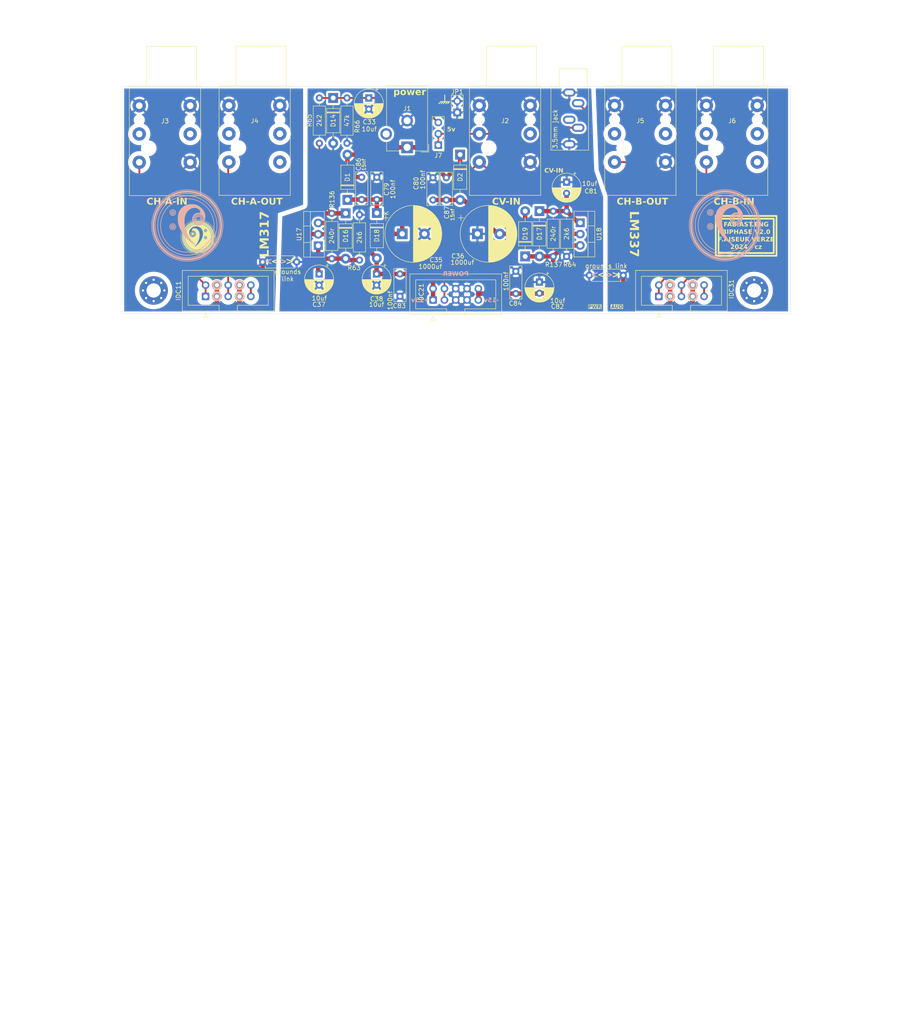
<source format=kicad_pcb>
(kicad_pcb (version 20240108) (generator "pcbnew") (generator_version "8.0")
  (layers (0 "F.Cu" signal) (31 "B.Cu" signal) (34 "B.Paste" user) (35 "F.Paste" user) (36 "B.SilkS" user "B.Silkscreen") (37 "F.SilkS" user "F.Silkscreen") (38 "B.Mask" user) (39 "F.Mask" user) (44 "Edge.Cuts" user))
  (net 0 "")
  (net 1 "Net-(D1-K)")
  (net 2 "GND5")
  (net 3 "Net-(D19-A)")
  (net 4 "Net-(D16-K)")
  (net 5 "Net-(IDC11-Pin_10)")
  (net 6 "Net-(D17-A)")
  (net 7 "Net-(D1-A)")
  (net 8 "Net-(D16-A)")
  (net 9 "Net-(D17-K)")
  (net 10 "Net-(IDC11-Pin_5)")
  (net 11 "Net-(IDC11-Pin_1)")
  (net 12 "GND")
  (net 13 "Net-(IDC21-Pin_3)")
  (net 19 "Net-(IDC31-Pin_1)")
  (net 20 "Net-(IDC31-Pin_5)")
  (net 21 "Net-(IDC31-Pin_10)")
  (net 29 "5v")
  (net 30 "Net-(J7-Pin_1)")
  (footprint "Capacitor_THT:CP_Radial_D6.3mm_P2.50mm" (layer "F.Cu") (at 168.7 112.617621 -90)
    (property "Reference" "C82" (at 5.482379 -4.05 180) (layer "F.SilkS"))
    (property "Value" "10uf" (at 4.182379 -4.1 180) (layer "F.SilkS"))
    (pad "1" thru_hole rect (at 0 0 270) (size 1.6 1.6) (drill 0.8) (layers "*.Cu" "*.Mask") (net 2 "GND5"))
    (pad "2" thru_hole circle (at 2.5 0 270) (size 1.6 1.6) (drill 0.8) (layers "*.Cu" "*.Mask") (net 6 "Net-(D17-A)"))
  )
  (footprint "Diode_THT:D_DO-41_SOD81_P10.16mm_Horizontal" (layer "F.Cu") (at 165.5 106.86 90)
    (property "Reference" "D19" (at 5.08 0 -90) (layer "F.SilkS"))
    (property "Value" "1N4004")
    (pad "1" thru_hole rect (at 0 0 90) (size 2.2 2.2) (drill 1.1) (layers "*.Cu" "*.Mask") (net 6 "Net-(D17-A)"))
    (pad "2" thru_hole oval (at 10.16 0 90) (size 2.2 2.2) (drill 1.1) (layers "*.Cu" "*.Mask") (net 3 "Net-(D19-A)"))
  )
  (footprint "Connector_Audio:Jack_6.35mm_Neutrik_NRJ6HF_Horizontal" (layer "F.Cu") (at 206.17 85.7 90)
    (property "Reference" "J6" (at 9.25 5.785 0) (layer "F.SilkS"))
    (property "Value" "NRJ6HF")
    (pad "" np_thru_hole circle (at 3.15 2.13 90) (size 3 3) (drill 3) (layers "*.Cu" "*.Mask"))
    (pad "" np_thru_hole circle (at 9.5 0 90) (size 2 2) (drill 2) (layers "*.Cu" "*.Mask"))
    (pad "" np_thru_hole circle (at 9.5 11.43 90) (size 2 2) (drill 2) (layers "*.Cu" "*.Mask"))
    (pad "R" thru_hole circle (at 6.35 0 90) (size 3 3) (drill 1.5) (layers "*.Cu" "*.Mask"))
    (pad "RN" thru_hole circle (at 6.35 11.43 90) (size 3 3) (drill 1.5) (layers "*.Cu" "*.Mask"))
    (pad "S" thru_hole circle (at 12.7 0 90) (size 3 3) (drill 1.5) (layers "*.Cu" "*.Mask") (net 12 "GND"))
    (pad "SN" thru_hole circle (at 12.7 11.43 90) (size 3 3) (drill 1.5) (layers "*.Cu" "*.Mask") (net 12 "GND"))
    (pad "T" thru_hole circle (at 0 0 90) (size 3 3) (drill 1.5) (layers "*.Cu" "*.Mask") (net 20 "Net-(IDC31-Pin_5)"))
    (pad "TN" thru_hole circle (at 0 11.43 90) (size 3 3) (drill 1.5) (layers "*.Cu" "*.Mask"))
  )
  (footprint "Resistor_THT:R_Axial_DIN0207_L6.3mm_D2.5mm_P10.16mm_Horizontal" (layer "F.Cu") (at 171.8 96.7 -90)
    (property "Reference" "R137" (at 12 -0.1 0) (layer "F.SilkS"))
    (property "Value" "240r" (at 5.08 0 -90) (layer "F.SilkS"))
    (pad "1" thru_hole circle (at 0 0 270) (size 1.6 1.6) (drill 0.8) (layers "*.Cu" "*.Mask") (net 9 "Net-(D17-K)"))
    (pad "2" thru_hole oval (at 10.16 0 270) (size 1.6 1.6) (drill 0.8) (layers "*.Cu" "*.Mask") (net 6 "Net-(D17-A)"))
  )
  (footprint "Connector_Audio:Jack_6.35mm_Neutrik_NRJ6HF_Horizontal" (layer "F.Cu") (at 99 85.7 90)
    (property "Reference" "J4" (at 9.25 5.785 0) (layer "F.SilkS"))
    (property "Value" "NRJ6HF")
    (pad "" np_thru_hole circle (at 3.15 2.13 90) (size 3 3) (drill 3) (layers "*.Cu" "*.Mask"))
    (pad "" np_thru_hole circle (at 9.5 0 90) (size 2 2) (drill 2) (layers "*.Cu" "*.Mask"))
    (pad "" np_thru_hole circle (at 9.5 11.43 90) (size 2 2) (drill 2) (layers "*.Cu" "*.Mask"))
    (pad "R" thru_hole circle (at 6.35 0 90) (size 3 3) (drill 1.5) (layers "*.Cu" "*.Mask"))
    (pad "RN" thru_hole circle (at 6.35 11.43 90) (size 3 3) (drill 1.5) (layers "*.Cu" "*.Mask"))
    (pad "S" thru_hole circle (at 12.7 0 90) (size 3 3) (drill 1.5) (layers "*.Cu" "*.Mask") (net 12 "GND"))
    (pad "SN" thru_hole circle (at 12.7 11.43 90) (size 3 3) (drill 1.5) (layers "*.Cu" "*.Mask") (net 12 "GND"))
    (pad "T" thru_hole circle (at 0 0 90) (size 3 3) (drill 1.5) (layers "*.Cu" "*.Mask") (net 10 "Net-(IDC11-Pin_5)"))
    (pad "TN" thru_hole circle (at 0 11.43 90) (size 3 3) (drill 1.5) (layers "*.Cu" "*.Mask"))
  )
  (footprint "Connector_Audio:Jack_3.5mm_CUI_SJ1-3535NG_Horizontal" (layer "F.Cu") (at 175.4 70.1)
    (property "Reference" "J8" (hide yes))
    (property "Value" "3.5mm jack" (at -3.175 8.2 90) (layer "F.SilkS"))
    (pad "R" thru_hole oval (at 2 7.9) (size 2.8 1.8) (drill oval 2 1) (layers "*.Cu" "*.Mask") (net 30 "Net-(J7-Pin_1)"))
    (pad "RN" thru_hole oval (at 0 6.1) (size 2.8 1.8) (drill oval 2 1) (layers "*.Cu" "*.Mask"))
    (pad "S" thru_hole oval (at 0 0) (size 2.8 1.8) (drill oval 2 1) (layers "*.Cu" "*.Mask") (net 2 "GND5"))
    (pad "T" thru_hole oval (at 2 2.4) (size 2.8 1.8) (drill oval 2 1) (layers "*.Cu" "*.Mask") (net 13 "Net-(IDC21-Pin_3)"))
    (pad "TN" thru_hole oval (at 0 11.6) (size 2.8 1.8) (drill oval 2 1) (layers "*.Cu" "*.Mask") (net 2 "GND5"))
  )
  (footprint "Capacitor_THT:CP_Radial_D12.5mm_P5.00mm" (layer "F.Cu") (at 137.9 101.8)
    (property "Reference" "C35" (at 7.6 5.85 0) (layer "F.SilkS"))
    (property "Value" "1000uf" (at 6.3 7.35 0) (layer "F.SilkS"))
    (pad "1" thru_hole rect (at 0 0) (size 2.4 2.4) (drill 1.2) (layers "*.Cu" "*.Mask") (net 1 "Net-(D1-K)"))
    (pad "2" thru_hole circle (at 5 0) (size 2.4 2.4) (drill 1.2) (layers "*.Cu" "*.Mask") (net 2 "GND5"))
  )
  (footprint "Capacitor_THT:C_Rect_L7.2mm_W2.5mm_P5.00mm_FKS2_FKP2_MKS2_MKP2" (layer "F.Cu") (at 147.8 89.2 -90)
    (property "Reference" "C87" (at 7.8 -0.1 90) (layer "F.SilkS"))
    (property "Value" "15nf" (at 8.3 -1.4 90) (layer "F.SilkS") (effects (font (size 0.8 0.8))))
    (pad "1" thru_hole circle (at 0 0 270) (size 1.6 1.6) (drill 0.8) (layers "*.Cu" "*.Mask") (net 7 "Net-(D1-A)"))
    (pad "2" thru_hole circle (at 5 0 270) (size 1.6 1.6) (drill 0.8) (layers "*.Cu" "*.Mask") (net 3 "Net-(D19-A)"))
  )
  (footprint "Capacitor_THT:C_Rect_L7.2mm_W2.5mm_P5.00mm_FKS2_FKP2_MKS2_MKP2" (layer "F.Cu") (at 132.2 94.1 90)
    (property "Reference" "C79" (at 2.3 2.2 -90) (layer "F.SilkS"))
    (property "Value" "100nf" (at 2.3 3.6 90) (layer "F.SilkS"))
    (pad "1" thru_hole circle (at 0 0 90) (size 1.6 1.6) (drill 0.8) (layers "*.Cu" "*.Mask") (net 1 "Net-(D1-K)"))
    (pad "2" thru_hole circle (at 5 0 90) (size 1.6 1.6) (drill 0.8) (layers "*.Cu" "*.Mask") (net 2 "GND5"))
  )
  (footprint "Capacitor_THT:C_Rect_L7.2mm_W2.5mm_P5.00mm_FKS2_FKP2_MKS2_MKP2" (layer "F.Cu") (at 163.4 110.2 -90)
    (property "Reference" "C84" (at 7.2 0.1 180) (layer "F.SilkS"))
    (property "Value" "100nf" (at 2.25 2.2 90) (layer "F.SilkS"))
    (pad "1" thru_hole circle (at 0 0 270) (size 1.6 1.6) (drill 0.8) (layers "*.Cu" "*.Mask") (net 2 "GND5"))
    (pad "2" thru_hole circle (at 5 0 270) (size 1.6 1.6) (drill 0.8) (layers "*.Cu" "*.Mask") (net 6 "Net-(D17-A)"))
  )
  (footprint "Resistor_THT:R_Axial_DIN0207_L6.3mm_D2.5mm_P7.62mm_Horizontal" (layer "F.Cu") (at 187.51 111.095288 180)
    (property "Reference" "JP2" (hide yes))
    (property "Value" "grounds link" (at 3.81 2.1 180) (layer "F.SilkS"))
    (pad "1" thru_hole circle (at 0 0 180) (size 1.6 1.6) (drill 0.8) (layers "*.Cu" "*.Mask") (net 12 "GND"))
    (pad "2" thru_hole oval (at 7.62 0 180) (size 1.6 1.6) (drill 0.8) (layers "*.Cu" "*.Mask") (net 2 "GND5"))
  )
  (footprint "Diode_THT:D_DO-41_SOD81_P10.16mm_Horizontal" (layer "F.Cu") (at 125.6 94.18 90)
    (property "Reference" "D1" (at 5.08 0 -90) (layer "F.SilkS"))
    (property "Value" "1N4004" (hide yes))
    (pad "1" thru_hole rect (at 0 0 90) (size 2.2 2.2) (drill 1.1) (layers "*.Cu" "*.Mask") (net 1 "Net-(D1-K)"))
    (pad "2" thru_hole oval (at 10.16 0 90) (size 2.2 2.2) (drill 1.1) (layers "*.Cu" "*.Mask") (net 7 "Net-(D1-A)"))
  )
  (footprint "Connector_BarrelJack:BarrelJack_CUI_PJ-102AH_Horizontal" (layer "F.Cu") (at 139 82.4 180)
    (property "Reference" "J1" (at 0 8.7 0) (layer "F.SilkS"))
    (property "Value" "Barrel_Jack_Switch" (hide yes))
    (pad "1" thru_hole rect (at 0 0 180) (size 2.6 2.6) (drill 1.6) (layers "*.Cu" "*.Mask") (net 7 "Net-(D1-A)"))
    (pad "2" thru_hole circle (at 0 6 180) (size 2.6 2.6) (drill 1.6) (layers "*.Cu" "*.Mask") (net 2 "GND5"))
    (pad "3" thru_hole circle (at 4.7 3 180) (size 2.6 2.6) (drill 1.6) (layers "*.Cu" "*.Mask"))
  )
  (footprint "Connector_Audio:Jack_6.35mm_Neutrik_NRJ6HF_Horizontal" (layer "F.Cu") (at 185.57 85.7 90)
    (property "Reference" "J5" (at 9.25 5.785 0) (layer "F.SilkS"))
    (property "Value" "NRJ6HF")
    (pad "" np_thru_hole circle (at 3.15 2.13 90) (size 3 3) (drill 3) (layers "*.Cu" "*.Mask"))
    (pad "" np_thru_hole circle (at 9.5 0 90) (size 2 2) (drill 2) (layers "*.Cu" "*.Mask"))
    (pad "" np_thru_hole circle (at 9.5 11.43 90) (size 2 2) (drill 2) (layers "*.Cu" "*.Mask"))
    (pad "R" thru_hole circle (at 6.35 0 90) (size 3 3) (drill 1.5) (layers "*.Cu" "*.Mask"))
    (pad "RN" thru_hole circle (at 6.35 11.43 90) (size 3 3) (drill 1.5) (layers "*.Cu" "*.Mask"))
    (pad "S" thru_hole circle (at 12.7 0 90) (size 3 3) (drill 1.5) (layers "*.Cu" "*.Mask") (net 12 "GND"))
    (pad "SN" thru_hole circle (at 12.7 11.43 90) (size 3 3) (drill 1.5) (layers "*.Cu" "*.Mask") (net 12 "GND"))
    (pad "T" thru_hole circle (at 0 0 90) (size 3 3) (drill 1.5) (layers "*.Cu" "*.Mask") (net 19 "Net-(IDC31-Pin_1)"))
    (pad "TN" thru_hole circle (at 0 11.43 90) (size 3 3) (drill 1.5) (layers "*.Cu" "*.Mask") (net 12 "GND"))
  )
  (footprint "Connector_IDC:IDC-Header_2x05_P2.54mm_Vertical" (layer "F.Cu") (at 93.76 115.84 90)
    (property "Reference" "IDC11" (at 1.27 -6.1 -90) (layer "F.SilkS"))
    (property "Value" "Conn_02x05_Odd_Even")
    (pad "1" thru_hole roundrect (at 0 0 90) (size 1.7 1.7) (drill 1) (layers "*.Cu" "*.Mask") (roundrect_rratio 0.1470588235) (net 11 "Net-(IDC11-Pin_1)"))
    (pad "2" thru_hole circle (at 2.54 0 90) (size 1.7 1.7) (drill 1) (layers "*.Cu" "*.Mask") (net 11 "Net-(IDC11-Pin_1)"))
    (pad "3" thru_hole circle (at 0 2.54 90) (size 1.7 1.7) (drill 1) (layers "*.Cu" "*.Mask") (net 12 "GND"))
    (pad "4" thru_hole circle (at 2.54 2.54 90) (size 1.7 1.7) (drill 1) (layers "*.Cu" "*.Mask") (net 12 "GND"))
    (pad "5" thru_hole circle (at 0 5.08 90) (size 1.7 1.7) (drill 1) (layers "*.Cu" "*.Mask") (net 10 "Net-(IDC11-Pin_5)"))
    (pad "6" thru_hole circle (at 2.54 5.08 90) (size 1.7 1.7) (drill 1) (layers "*.Cu" "*.Mask") (net 10 "Net-(IDC11-Pin_5)"))
    (pad "7" thru_hole circle (at 0 7.62 90) (size 1.7 1.7) (drill 1) (layers "*.Cu" "*.Mask") (net 12 "GND"))
    (pad "8" thru_hole circle (at 2.54 7.62 90) (size 1.7 1.7) (drill 1) (layers "*.Cu" "*.Mask") (net 12 "GND"))
    (pad "9" thru_hole circle (at 0 10.16 90) (size 1.7 1.7) (drill 1) (layers "*.Cu" "*.Mask") (net 5 "Net-(IDC11-Pin_10)"))
    (pad "10" thru_hole circle (at 2.54 10.16 90) (size 1.7 1.7) (drill 1) (layers "*.Cu" "*.Mask") (net 5 "Net-(IDC11-Pin_10)"))
  )
  (footprint "LOGOS:1cm LOGO neg kicad" (layer "F.Cu") (at 92.1 102.5)
    (property "Reference" "G***" (hide yes))
    (property "Value" "LOGO" (hide yes))
  )
  (footprint "MountingHole:MountingHole_3.2mm_M3_Pad_Via" (layer "F.Cu") (at 216.9 114.5)
    (property "Reference" "H8" (hide yes))
    (property "Value" "MountingHole_Pad" (hide yes))
    (pad "1" thru_hole circle (at -2.4 0) (size 0.8 0.8) (drill 0.5) (layers "*.Cu" "*.Mask") (net 2 "GND5"))
    (pad "1" thru_hole circle (at -1.697056 -1.697056) (size 0.8 0.8) (drill 0.5) (layers "*.Cu" "*.Mask") (net 2 "GND5"))
    (pad "1" thru_hole circle (at -1.697056 1.697056) (size 0.8 0.8) (drill 0.5) (layers "*.Cu" "*.Mask") (net 2 "GND5"))
    (pad "1" thru_hole circle (at 0 -2.4) (size 0.8 0.8) (drill 0.5) (layers "*.Cu" "*.Mask") (net 2 "GND5"))
    (pad "1" thru_hole circle (at 0 0) (size 6.4 6.4) (drill 3.2) (layers "*.Cu" "*.Mask") (net 2 "GND5"))
    (pad "1" thru_hole circle (at 0 2.4) (size 0.8 0.8) (drill 0.5) (layers "*.Cu" "*.Mask") (net 2 "GND5"))
    (pad "1" thru_hole circle (at 1.697056 -1.697056) (size 0.8 0.8) (drill 0.5) (layers "*.Cu" "*.Mask") (net 2 "GND5"))
    (pad "1" thru_hole circle (at 1.697056 1.697056) (size 0.8 0.8) (drill 0.5) (layers "*.Cu" "*.Mask") (net 2 "GND5"))
    (pad "1" thru_hole circle (at 2.4 0) (size 0.8 0.8) (drill 0.5) (layers "*.Cu" "*.Mask") (net 2 "GND5"))
  )
  (footprint "Connector_Audio:Jack_6.35mm_Neutrik_NRJ6HF_Horizontal" (layer "F.Cu") (at 78.87 85.75 90)
    (property "Reference" "J3" (at 9.25 5.785 0) (layer "F.SilkS"))
    (property "Value" "NRJ6HF")
    (pad "" np_thru_hole circle (at 3.15 2.13 90) (size 3 3) (drill 3) (layers "*.Cu" "*.Mask"))
    (pad "" np_thru_hole circle (at 9.5 0 90) (size 2 2) (drill 2) (layers "*.Cu" "*.Mask"))
    (pad "" np_thru_hole circle (at 9.5 11.43 90) (size 2 2) (drill 2) (layers "*.Cu" "*.Mask"))
    (pad "R" thru_hole circle (at 6.35 0 90) (size 3 3) (drill 1.5) (layers "*.Cu" "*.Mask"))
    (pad "RN" thru_hole circle (at 6.35 11.43 90) (size 3 3) (drill 1.5) (layers "*.Cu" "*.Mask"))
    (pad "S" thru_hole circle (at 12.7 0 90) (size 3 3) (drill 1.5) (layers "*.Cu" "*.Mask") (net 12 "GND"))
    (pad "SN" thru_hole circle (at 12.7 11.43 90) (size 3 3) (drill 1.5) (layers "*.Cu" "*.Mask") (net 12 "GND"))
    (pad "T" thru_hole circle (at 0 0 90) (size 3 3) (drill 1.5) (layers "*.Cu" "*.Mask") (net 11 "Net-(IDC11-Pin_1)"))
    (pad "TN" thru_hole circle (at 0 11.43 90) (size 3 3) (drill 1.5) (layers "*.Cu" "*.Mask") (net 12 "GND"))
  )
  (footprint "Diode_THT:D_DO-41_SOD81_P10.16mm_Horizontal" (layer "F.Cu") (at 125.2 97.2 -90)
    (property "Reference" "D16" (at 5.08 0 90) (layer "F.SilkS"))
    (property "Value" "1N4004" (hide yes))
    (pad "1" thru_hole rect (at 0 0 270) (size 2.2 2.2) (drill 1.1) (layers "*.Cu" "*.Mask") (net 4 "Net-(D16-K)"))
    (pad "2" thru_hole oval (at 10.16 0 270) (size 2.2 2.2) (drill 1.1) (layers "*.Cu" "*.Mask") (net 8 "Net-(D16-A)"))
  )
  (footprint "Diode_THT:D_DO-41_SOD81_P10.16mm_Horizontal" (layer "F.Cu") (at 168.7 96.7 -90)
    (property "Reference" "D17" (at 5.08 0 90) (layer "F.SilkS"))
    (property "Value" "1N4004" (hide yes))
    (pad "1" thru_hole rect (at 0 0 270) (size 2.2 2.2) (drill 1.1) (layers "*.Cu" "*.Mask") (net 9 "Net-(D17-K)"))
    (pad "2" thru_hole oval (at 10.16 0 270) (size 2.2 2.2) (drill 1.1) (layers "*.Cu" "*.Mask") (net 6 "Net-(D17-A)"))
  )
  (footprint "Diode_THT:D_DO-41_SOD81_P10.16mm_Horizontal" (layer "F.Cu") (at 132.2 97.12 -90)
    (property "Reference" "D18" (at 5.08 0 90) (layer "F.SilkS"))
    (property "Value" "1N4004" (hide yes))
    (fp_text user "K" (at 0 -2.1 90) (layer "F.SilkS"))
    (pad "1" thru_hole rect (at 0 0 270) (size 2.2 2.2) (drill 1.1) (layers "*.Cu" "*.Mask") (net 1 "Net-(D1-K)"))
    (pad "2" thru_hole oval (at 10.16 0 270) (size 2.2 2.2) (drill 1.1) (layers "*.Cu" "*.Mask") (net 4 "Net-(D16-K)"))
  )
  (footprint "Diode_THT:D_DO-41_SOD81_P10.16mm_Horizontal" (layer "F.Cu") (at 122.4 71.32 -90)
    (property "Reference" "D14" (at 5.08 0 90) (layer "F.SilkS"))
    (property "Value" "5V1")
    (pad "1" thru_hole rect (at 0 0 270) (size 2.2 2.2) (drill 1.1) (layers "*.Cu" "*.Mask") (net 29 "5v"))
    (pad "2" thru_hole oval (at 10.16 0 270) (size 2.2 2.2) (drill 1.1) (layers "*.Cu" "*.Mask") (net 2 "GND5"))
  )
  (footprint "Capacitor_THT:C_Rect_L7.2mm_W2.5mm_P5.00mm_FKS2_FKP2_MKS2_MKP2" (layer "F.Cu") (at 144.8 89.2 -90)
    (property "Reference" "C80" (at 1.275 3.775 90) (layer "F.SilkS"))
    (property "Value" "100nf" (at 0.475 2.275 90) (layer "F.SilkS"))
    (pad "1" thru_hole circle (at 0 0 270) (size 1.6 1.6) (drill 0.8) (layers "*.Cu" "*.Mask") (net 2 "GND5"))
    (pad "2" thru_hole circle (at 5 0 270) (size 1.6 1.6) (drill 0.8) (layers "*.Cu" "*.Mask") (net 3 "Net-(D19-A)"))
  )
  (footprint "Capacitor_THT:CP_Radial_D6.3mm_P2.50mm" (layer "F.Cu") (at 132.15 110.8 -90)
    (property "Reference" "C38" (at 5.6 0 180) (layer "F.SilkS"))
    (property "Value" "10uf" (at 6.849999 -0.000001 180) (layer "F.SilkS"))
    (pad "1" thru_hole rect (at 0 0 270) (size 1.6 1.6) (drill 0.8) (layers "*.Cu" "*.Mask") (net 4 "Net-(D16-K)"))
    (pad "2" thru_hole circle (at 2.5 0 270) (size 1.6 1.6) (drill 0.8) (layers "*.Cu" "*.Mask") (net 2 "GND5"))
  )
  (footprint "Connector_IDC:IDC-Header_2x05_P2.54mm_Vertical" (layer "F.Cu") (at 144.8325 116.6325 90)
    (property "Reference" "IDC21" (at 1.5325 -2.6325 -90) (layer "F.SilkS"))
    (property "Value" "Conn_02x05_Odd_Even" (hide yes))
    (pad "1" thru_hole roundrect (at 0 0 90) (size 1.7 1.7) (drill 1) (layers "*.Cu" "*.Mask") (roundrect_rratio 0.1470588235) (net 4 "Net-(D16-K)"))
    (pad "2" thru_hole circle (at 2.54 0 90) (size 1.7 1.7) (drill 1) (layers "*.Cu" "*.Mask") (net 4 "Net-(D16-K)"))
    (pad "3" thru_hole circle (at 0 2.54 90) (size 1.7 1.7) (drill 1) (layers "*.Cu" "*.Mask") (net 13 "Net-(IDC21-Pin_3)"))
    (pad "4" thru_hole circle (at 2.54 2.54 90) (size 1.7 1.7) (drill 1) (layers "*.Cu" "*.Mask") (net 13 "Net-(IDC21-Pin_3)"))
    (pad "5" thru_hole circle (at 0 5.08 90) (size 1.7 1.7) (drill 1) (layers "*.Cu" "*.Mask") (net 2 "GND5"))
    (pad "6" thru_hole circle (at 2.54 5.08 90) (size 1.7 1.7) (drill 1) (layers "*.Cu" "*.Mask") (net 2 "GND5"))
    (pad "7" thru_hole circle (at 0 7.62 90) (size 1.7 1.7) (drill 1) (layers "*.Cu" "*.Mask") (net 2 "GND5"))
    (pad "8" thru_hole circle (at 2.54 7.62 90) (size 1.7 1.7) (drill 1) (layers "*.Cu" "*.Mask") (net 2 "GND5"))
    (pad "9" thru_hole circle (at 0 10.16 90) (size 1.7 1.7) (drill 1) (layers "*.Cu" "*.Mask") (net 6 "Net-(D17-A)"))
    (pad "10" thru_hole circle (at 2.54 10.16 90) (size 1.7 1.7) (drill 1) (layers "*.Cu" "*.Mask") (net 6 "Net-(D17-A)"))
  )
  (footprint "Package_TO_SOT_THT:TO-220-3_Vertical" (layer "F.Cu") (at 177.855 99.315 -90)
    (property "Reference" "U18" (at 2.54 -4.245 -90) (layer "F.SilkS"))
    (property "Value" "LM337" (at 2.535 -11.995 -90) (layer "F.SilkS") (effects (font (size 2 2) (thickness 0.2) (bold yes))))
    (pad "1" thru_hole rect (at 0 0 270) (size 1.905 2) (drill 1.1) (layers "*.Cu" "*.Mask") (net 9 "Net-(D17-K)"))
    (pad "2" thru_hole oval (at 2.54 0 270) (size 1.905 2) (drill 1.1) (layers "*.Cu" "*.Mask") (net 3 "Net-(D19-A)"))
    (pad "3" thru_hole oval (at 5.08 0 270) (size 1.905 2) (drill 1.1) (layers "*.Cu" "*.Mask") (net 6 "Net-(D17-A)"))
  )
  (footprint "Resistor_THT:R_Axial_DIN0207_L6.3mm_D2.5mm_P10.16mm_Horizontal" (layer "F.Cu") (at 174.8 106.86 90)
    (property "Reference" "R64" (at -1.84 0.7 0) (layer "F.SilkS"))
    (property "Value" "2k6" (at 5.08 0 -90) (layer "F.SilkS"))
    (pad "1" thru_hole circle (at 0 0 90) (size 1.6 1.6) (drill 0.8) (layers "*.Cu" "*.Mask") (net 2 "GND5"))
    (pad "2" thru_hole oval (at 10.16 0 90) (size 1.6 1.6) (drill 0.8) (layers "*.Cu" "*.Mask") (net 9 "Net-(D17-K)"))
  )
  (footprint "Diode_THT:D_DO-41_SOD81_P10.16mm_Horizontal" (layer "F.Cu") (at 150.9 84.02 -90)
    (property "Reference" "D2" (at 5.08 0 90) (layer "F.SilkS"))
    (property "Value" "1N4004" (hide yes))
    (pad "1" thru_hole rect (at 0 0 270) (size 2.2 2.2) (drill 1.1) (layers "*.Cu" "*.Mask") (net 7 "Net-(D1-A)"))
    (pad "2" thru_hole oval (at 10.16 0 270) (size 2.2 2.2) (drill 1.1) (layers "*.Cu" "*.Mask") (net 3 "Net-(D19-A)"))
  )
  (footprint "Connector_Audio:Jack_6.35mm_Neutrik_NRJ6HF_Horizontal" (layer "F.Cu") (at 155.2 85.7 90)
    (property "Reference" "J2" (at 9.25 5.785 0) (layer "F.SilkS"))
    (property "Value" "NRJ6HF")
    (pad "" np_thru_hole circle (at 3.15 2.13 90) (size 3 3) (drill 3) (layers "*.Cu" "*.Mask"))
    (pad "" np_thru_hole circle (at 9.5 0 90) (size 2 2) (drill 2) (layers "*.Cu" "*.Mask"))
    (pad "" np_thru_hole circle (at 9.5 11.43 90) (size 2 2) (drill 2) (layers "*.Cu" "*.Mask"))
    (pad "R" thru_hole circle (at 6.35 0 90) (size 3 3) (drill 1.5) (layers "*.Cu" "*.Mask") (net 30 "Net-(J7-Pin_1)"))
    (pad "RN" thru_hole circle (at 6.35 11.43 90) (size 3 3) (drill 1.5) (layers "*.Cu" "*.Mask"))
    (pad "S" thru_hole circle (at 12.7 0 90) (size 3 3) (drill 1.5) (layers "*.Cu" "*.Mask") (net 2 "GND5"))
    (pad "SN" thru_hole circle (at 12.7 11.43 90) (size 3 3) (drill 1.5) (layers "*.Cu" "*.Mask") (net 2 "GND5"))
    (pad "T" thru_hole circle (at 0 0 90) (size 3 3) (drill 1.5) (layers "*.Cu" "*.Mask") (net 13 "Net-(IDC21-Pin_3)"))
    (pad "TN" thru_hole circle (at 0 11.43 90) (size 3 3) (drill 1.5) (layers "*.Cu" "*.Mask") (net 2 "GND5"))
  )
  (footprint "Resistor_THT:R_Axial_DIN0207_L6.3mm_D2.5mm_P10.16mm_Horizontal" (layer "F.Cu") (at 119.3 71.32 -90)
    (property "Reference" "R65" (at 5.055 2.25 90) (layer "F.SilkS"))
    (property "Value" "2k2" (at 5.08 0 90) (layer "F.SilkS"))
    (pad "1" thru_hole circle (at 0 0 270) (size 1.6 1.6) (drill 0.8) (layers "*.Cu" "*.Mask") (net 29 "5v"))
    (pad "2" thru_hole oval (at 10.16 0 270) (size 1.6 1.6) (drill 0.8) (layers "*.Cu" "*.Mask") (net 4 "Net-(D16-K)"))
  )
  (footprint "Package_TO_SOT_THT:TO-220-3_Vertical" (layer "F.Cu") (at 119.045 104.44 90)
    (property "Reference" "U17" (at 2.54 -4.295 90) (layer "F.SilkS"))
    (property "Value" "LM317" (at 2.54 -11.945 90) (layer "F.SilkS") (effects (font (size 2 2) (thickness 0.4) (bold yes))))
    (pad "1" thru_hole rect (at 0 0 90) (size 1.905 2) (drill 1.1) (layers "*.Cu" "*.Mask") (net 8 "Net-(D16-A)"))
    (pad "2" thru_hole oval (at 2.54 0 90) (size 1.905 2) (drill 1.1) (layers "*.Cu" "*.Mask") (net 4 "Net-(D16-K)"))
    (pad "3" thru_hole oval (at 5.08 0 90) (size 1.905 2) (drill 1.1) (layers "*.Cu" "*.Mask") (net 1 "Net-(D1-K)"))
  )
  (footprint "Capacitor_THT:C_Rect_L7.2mm_W2.5mm_P5.00mm_FKS2_FKP2_MKS2_MKP2" (layer "F.Cu") (at 128.8 94.1 90)
    (property "Reference" "C86" (at 7.9 -0.7 -90) (layer "F.SilkS"))
    (property "Value" "15nf" (at 7.8 0.5 -90) (layer "F.SilkS") (effects (font (size 0.8 0.8))))
    (pad "1" thru_hole circle (at 0 0 90) (size 1.6 1.6) (drill 0.8) (layers "*.Cu" "*.Mask") (net 1 "Net-(D1-K)"))
    (pad "2" thru_hole circle (at 5 0 90) (size 1.6 1.6) (drill 0.8) (layers "*.Cu" "*.Mask") (net 7 "Net-(D1-A)"))
  )
  (footprint "Resistor_THT:R_Axial_DIN0207_L6.3mm_D2.5mm_P7.62mm_Horizontal" (layer "F.Cu") (at 106.58 108.1)
    (property "Reference" "JP3" (hide yes))
    (property "Value" "grounds link" (hide yes))
    (pad "1" thru_hole circle (at 0 0) (size 1.6 1.6) (drill 0.8) (layers "*.Cu" "*.Mask") (net 12 "GND"))
    (pad "2" thru_hole oval (at 7.62 0) (size 1.6 1.6) (drill 0.8) (layers "*.Cu" "*.Mask") (net 2 "GND5"))
  )
  (footprint "Resistor_THT:R_Axial_DIN0207_L6.3mm_D2.5mm_P10.16mm_Horizontal" (layer "F.Cu") (at 128.3 107.68 90)
    (property "Reference" "R63" (at -1.72 -1.2 0) (layer "F.SilkS"))
    (property "Value" "2k6" (at 5.08 0 -90) (layer "F.SilkS"))
    (pad "1" thru_hole circle (at 0 0 90) (size 1.6 1.6) (drill 0.8) (layers "*.Cu" "*.Mask") (net 8 "Net-(D16-A)"))
    (pad "2" thru_hole oval (at 10.16 0 90) (size 1.6 1.6) (drill 0.8) (layers "*.Cu" "*.Mask") (net 2 "GND5"))
  )
  (footprint "MountingHole:MountingHole_3.2mm_M3_Pad_Via" (layer "F.Cu") (at 82.102944 114.5)
    (property "Reference" "H2" (hide yes))
    (property "Value" "MountingHole_Pad" (hide yes))
    (pad "1" thru_hole circle (at -2.4 0) (size 0.8 0.8) (drill 0.5) (layers "*.Cu" "*.Mask") (net 2 "GND5"))
    (pad "1" thru_hole circle (at -1.697056 -1.697056) (size 0.8 0.8) (drill 0.5) (layers "*.Cu" "*.Mask") (net 2 "GND5"))
    (pad "1" thru_hole circle (at -1.697056 1.697056) (size 0.8 0.8) (drill 0.5) (layers "*.Cu" "*.Mask") (net 2 "GND5"))
    (pad "1" thru_hole circle (at 0 -2.4) (size 0.8 0.8) (drill 0.5) (layers "*.Cu" "*.Mask") (net 2 "GND5"))
    (pad "1" thru_hole circle (at 0 0) (size 6.4 6.4) (drill 3.2) (layers "*.Cu" "*.Mask") (net 2 "GND5"))
    (pad "1" thru_hole circle (at 0 2.4) (size 0.8 0.8) (drill 0.5) (layers "*.Cu" "*.Mask") (net 2 "GND5"))
    (pad "1" thru_hole circle (at 1.697056 -1.697056) (size 0.8 0.8) (drill 0.5) (layers "*.Cu" "*.Mask") (net 2 "GND5"))
    (pad "1" thru_hole circle (at 1.697056 1.697056) (size 0.8 0.8) (drill 0.5) (layers "*.Cu" "*.Mask") (net 2 "GND5"))
    (pad "1" thru_hole circle (at 2.4 0) (size 0.8 0.8) (drill 0.5) (layers "*.Cu" "*.Mask") (net 2 "GND5"))
  )
  (footprint "Connector_PinHeader_2.54mm:PinHeader_1x02_P2.54mm_Vertical" (layer "F.Cu") (at 150.25 74.575 180)
    (property "Reference" "JP1" (at 0 4.625 0) (layer "F.SilkS"))
    (property "Value" "Jumper_2_Open" (hide yes))
    (pad "1" thru_hole rect (at 0 0 180) (size 1.7 1.7) (drill 1) (layers "*.Cu" "*.Mask") (net 2 "GND5"))
    (pad "2" thru_hole oval (at 0 2.54 180) (size 1.7 1.7) (drill 1) (layers "*.Cu" "*.Mask") (net 2 "GND5"))
  )
  (footprint "Capacitor_THT:CP_Radial_D6.3mm_P2.50mm" (layer "F.Cu") (at 174.8 90.2 -90)
    (property "Reference" "C81" (at 2.025 -5.475 180) (layer "F.SilkS"))
    (property "Value" "10uf" (at 0.325 -5.175 180) (layer "F.SilkS"))
    (pad "1" thru_hole rect (at 0 0 270) (size 1.6 1.6) (drill 0.8) (layers "*.Cu" "*.Mask") (net 2 "GND5"))
    (pad "2" thru_hole circle (at 2.5 0 270) (size 1.6 1.6) (drill 0.8) (layers "*.Cu" "*.Mask") (net 9 "Net-(D17-K)"))
  )
  (footprint "Resistor_THT:R_Axial_DIN0207_L6.3mm_D2.5mm_P10.16mm_Horizontal" (layer "F.Cu") (at 122.1 97.2 -90)
    (property "Reference" "R136" (at -3.15 -0.05 -90) (layer "F.SilkS"))
    (property "Value" "240r" (at 5.08 0 90) (layer "F.SilkS"))
    (pad "1" thru_hole circle (at 0 0 270) (size 1.6 1.6) (drill 0.8) (layers "*.Cu" "*.Mask") (net 4 "Net-(D16-K)"))
    (pad "2" thru_hole oval (at 10.16 0 270) (size 1.6 1.6) (drill 0.8) (layers "*.Cu" "*.Mask") (net 8 "Net-(D16-A)"))
  )
  (footprint "Capacitor_THT:C_Rect_L7.2mm_W2.5mm_P5.00mm_FKS2_FKP2_MKS2_MKP2" (layer "F.Cu") (at 137.4 110.8 -90)
    (property "Reference" "C83" (at 7.15 0.15 180) (layer "F.SilkS"))
    (property "Value" "100nf" (at 5.95 2.2 90) (layer "F.SilkS"))
    (pad "1" thru_hole circle (at 0 0 270) (size 1.6 1.6) (drill 0.8) (layers "*.Cu" "*.Mask") (net 4 "Net-(D16-K)"))
    (pad "2" thru_hole circle (at 5 0 270) (size 1.6 1.6) (drill 0.8) (layers "*.Cu" "*.Mask") (net 2 "GND5"))
  )
  (footprint "Capacitor_THT:CP_Radial_D6.3mm_P2.50mm" (layer "F.Cu") (at 130.4 71.32 -90)
    (property "Reference" "C33" (at 5.38 -0.1 180) (layer "F.SilkS"))
    (property "Value" "10uf" (at 6.98 -0.1 180) (layer "F.SilkS"))
    (pad "1" thru_hole rect (at 0 0 270) (size 1.6 1.6) (drill 0.8) (layers "*.Cu" "*.Mask") (net 29 "5v"))
    (pad "2" thru_hole circle (at 2.5 0 270) (size 1.6 1.6) (drill 0.8) (layers "*.Cu" "*.Mask") (net 2 "GND5"))
  )
  (footprint "Connector_IDC:IDC-Header_2x05_P2.54mm_Vertical" (layer "F.Cu") (at 195.5 115.84 90)
    (property "Reference" "IDC31" (at 1.64 16.3 -90) (layer "F.SilkS"))
    (property "Value" "Conn_02x05_Odd_Even" (hide yes))
    (pad "1" thru_hole roundrect (at 0 0 90) (size 1.7 1.7) (drill 1) (layers "*.Cu" "*.Mask") (roundrect_rratio 0.1470588235) (net 19 "Net-(IDC31-Pin_1)"))
    (pad "2" thru_hole circle (at 2.54 0 90) (size 1.7 1.7) (drill 1) (layers "*.Cu" "*.Mask") (net 19 "Net-(IDC31-Pin_1)"))
    (pad "3" thru_hole circle (at 0 2.54 90) (size 1.7 1.7) (drill 1) (layers "*.Cu" "*.Mask") (net 12 "GND"))
    (pad "4" thru_hole circle (at 2.54 2.54 90) (size 1.7 1.7) (drill 1) (layers "*.Cu" "*.Mask") (net 12 "GND"))
    (pad "5" thru_hole circle (at 0 5.08 90) (size 1.7 1.7) (drill 1) (layers "*.Cu" "*.Mask") (net 20 "Net-(IDC31-Pin_5)"))
    (pad "6" thru_hole circle (at 2.54 5.08 90) (size 1.7 1.7) (drill 1) (layers "*.Cu" "*.Mask") (net 20 "Net-(IDC31-Pin_5)"))
    (pad "7" thru_hole circle (at 0 7.62 90) (size 1.7 1.7) (drill 1) (layers "*.Cu" "*.Mask") (net 12 "GND"))
    (pad "8" thru_hole circle (at 2.54 7.62 90) (size 1.7 1.7) (drill 1) (layers "*.Cu" "*.Mask") (net 12 "GND"))
    (pad "9" thru_hole circle (at 0 10.16 90) (size 1.7 1.7) (drill 1) (layers "*.Cu" "*.Mask") (net 21 "Net-(IDC31-Pin_10)"))
    (pad "10" thru_hole circle (at 2.54 10.16 90) (size 1.7 1.7) (drill 1) (layers "*.Cu" "*.Mask") (net 21 "Net-(IDC31-Pin_10)"))
  )
  (footprint "Capacitor_THT:CP_Radial_D12.5mm_P5.00mm" (layer "F.Cu") (at 154.776041 101.8)
    (property "Reference" "C36" (at -4.376041 5 0) (layer "F.SilkS"))
    (property "Value" "1000uf" (at -3.376041 6.4 0) (layer "F.SilkS"))
    (pad "1" thru_hole rect (at 0 0) (size 2.4 2.4) (drill 1.2) (layers "*.Cu" "*.Mask") (net 2 "GND5"))
    (pad "2" thru_hole circle (at 5 0) (size 2.4 2.4) (drill 1.2) (layers "*.Cu" "*.Mask") (net 3 "Net-(D19-A)"))
  )
  (footprint "Capacitor_THT:CP_Radial_D6.3mm_P2.50mm" (layer "F.Cu") (at 119.245 110.8 -90)
    (property "Reference" "C37" (at 6.85 0.045 180) (layer "F.SilkS"))
    (property "Value" "10uf" (at 5.45 -0.055 180) (layer "F.SilkS"))
    (pad "1" thru_hole rect (at 0 0 270) (size 1.6 1.6) (drill 0.8) (layers "*.Cu" "*.Mask") (net 8 "Net-(D16-A)"))
    (pad "2" thru_hole circle (at 2.5 0 270) (size 1.6 1.6) (drill 0.8) (layers "*.Cu" "*.Mask") (net 2 "GND5"))
  )
  (footprint "Resistor_THT:R_Axial_DIN0207_L6.3mm_D2.5mm_P10.16mm_Horizontal" (layer "F.Cu") (at 125.5 71.32 -90)
    (property "Reference" "R66" (at 6.38 -2.3 90) (layer "F.SilkS"))
    (property "Value" "47k" (at 5.08 0 90) (layer "F.SilkS"))
    (pad "1" thru_hole circle (at 0 0 270) (size 1.6 1.6) (drill 0.8) (layers "*.Cu" "*.Mask") (net 29 "5v"))
    (pad "2" thru_hole oval (at 10.16 0 270) (size 1.6 1.6) (drill 0.8) (layers "*.Cu" "*.Mask") (net 2 "GND5"))
  )
  (footprint "Connector_PinHeader_2.54mm:PinHeader_1x03_P2.54mm_Vertical" (layer "F.Cu") (at 146 81.9 180)
    (property "Reference" "J7" (at 0 -2.33 180) (layer "F.SilkS"))
    (property "Value" "Conn_01x03")
    (pad "1" thru_hole rect (at 0 0 180) (size 1.7 1.7) (drill 1) (layers "*.Cu" "*.Mask") (net 30 "Net-(J7-Pin_1)"))
    (pad "2" thru_hole oval (at 0 2.54 180) (size 1.7 1.7) (drill 1) (layers "*.Cu" "*.Mask") (net 30 "Net-(J7-Pin_1)"))
    (pad "3" thru_hole oval (at 0 5.08 180) (size 1.7 1.7) (drill 1) (layers "*.Cu" "*.Mask") (net 29 "5v"))
  )
  (footprint "LOGOS:2cm LOGO kicad" (layer "B.Cu") (at 210.355137 99.85 180)
    (property "Reference" "G***" (hide yes))
    (property "Value" "LOGO" (hide yes))
  )
  (footprint "LOGOS:2cm LOGO kicad" (layer "B.Cu") (at 89.687742 99.891478 180)
    (property "Reference" "G***" (hide yes))
    (property "Value" "LOGO" (hide yes))
  )
  (gr_circle (center 101.4 113.3) (end 102.3 113.3) (stroke (width 0.5)) (fill none) (layer "B.SilkS"))
  (gr_circle (center 96.3 115.8) (end 97.2 115.8) (stroke (width 0.5)) (fill none) (layer "B.SilkS"))
  (gr_circle (center 101.4 115.8) (end 102.3 115.8) (stroke (width 0.5)) (fill none) (layer "B.SilkS"))
  (gr_circle (center 198 113.3) (end 198.9 113.3) (stroke (width 0.5)) (fill none) (layer "B.SilkS"))
  (gr_circle (center 96.3 113.3) (end 97.2 113.3) (stroke (width 0.5)) (fill none) (layer "B.SilkS"))
  (gr_circle (center 203.1 113.3) (end 204 113.3) (stroke (width 0.5)) (fill none) (layer "B.SilkS"))
  (gr_circle (center 203.1 115.8) (end 204 115.8) (stroke (width 0.5)) (fill none) (layer "B.SilkS"))
  (gr_circle (center 198 115.8) (end 198.9 115.8) (stroke (width 0.5)) (fill none) (layer "B.SilkS"))
  (gr_rect (start 208.9 98.4) (end 221.3 106.1) (stroke (width 0.4)) (fill none) (layer "F.SilkS"))
  (gr_line (start 147.1 72.6) (end 147.55 72.15) (stroke (width 0.2)) (layer "F.SilkS"))
  (gr_rect (start 208.286093 97.786093) (end 221.913908 106.713908) (stroke (width 0.4)) (fill none) (layer "F.SilkS"))
  (gr_line (start 146.6 72.6) (end 147.05 72.15) (stroke (width 0.2)) (layer "F.SilkS"))
  (gr_line (start 146.1 72.6) (end 146.55 72.15) (stroke (width 0.2)) (layer "F.SilkS"))
  (gr_line (start 147.625 72.6) (end 148.075 72.15) (stroke (width 0.2)) (layer "F.SilkS"))
  (gr_line (start 146.55 72.15) (end 148.55 72.15) (stroke (width 0.2)) (layer "F.SilkS"))
  (gr_line (start 147.45 70.65) (end 147.45 72.15) (stroke (width 0.2)) (layer "F.SilkS"))
  (gr_line (start 148.1 72.6) (end 148.55 72.15) (stroke (width 0.2)) (layer "F.SilkS"))
  (gr_rect (start 75 68.7) (end 225 119.7) (stroke (width 0.05)) (fill none) (layer "Edge.Cuts"))
  (gr_text "+15v" (at 141.9 116.7 0) (layer "B.SilkS") (effects (font (size 1 1) (thickness 0.2) (bold yes)) (justify mirror)))
  (gr_text "<  >" (at 112 108.904712 -0) (layer "B.SilkS") (effects (font (size 1.5 1.5) (thickness 0.3) (bold yes)) (justify left bottom mirror)))
  (gr_text "<  >" (at 185.2 111.9 -0) (layer "B.SilkS") (effects (font (size 1.5 1.5) (thickness 0.3) (bold yes)) (justify left bottom mirror)))
  (gr_text "-15v" (at 157.9 116.7 0) (layer "B.SilkS") (effects (font (size 1 1) (thickness 0.2) (bold yes)) (justify mirror)))
  (gr_text "POWER" (at 149.9125 110.8025 0) (layer "B.SilkS") (effects (font (size 1 1) (thickness 0.2) (bold yes)) (justify mirror)))
  (gr_text "CV-IN" (at 158.063612 95.5 0) (layer "F.SilkS") (effects (font (size 1.5 1.5) (thickness 0.3) (bold yes)) (justify left bottom)))
  (gr_text "AUD" (at 186.1 118.2 0) (layer "F.SilkS" knockout) (effects (font (size 0.8 0.8) (thickness 0.2) (bold yes))))
  (gr_text "<  >" (at 181.71 111.9 0) (layer "F.SilkS") (effects (font (size 1.5 1.5) (thickness 0.3) (bold yes)) (justify left bottom)))
  (gr_text "CV-IN" (at 169.8 88.225 0) (layer "F.SilkS") (effects (font (size 1 1) (thickness 0.25) (bold yes)) (justify left bottom)))
  (gr_text "CH-B-OUT" (at 186.042719 95.5 0) (layer "F.SilkS") (effects (font (size 1.5 1.5) (thickness 0.3) (bold yes)) (justify left bottom)))
  (gr_text "FAB.AST.ENG\nBIPHASE V2.0\nF.AISEUR VERZE\n2024 - cz" (at 215.1 102.25 0) (layer "F.SilkS") (effects (font (size 1 1) (thickness 0.25) (bold yes))))
  (gr_text "PWR" (at 181.1 118.2 0) (layer "F.SilkS" knockout) (effects (font (size 0.8 0.8) (thickness 0.2) (bold yes))))
  (gr_text "power" (at 135.9 70.925 0) (layer "F.SilkS") (effects (font (size 1.5 1.5) (thickness 0.3) (bold yes)) (justify left bottom)))
  (gr_text "CH-A-OUT" (at 99.472719 95.5 0) (layer "F.SilkS") (effects (font (size 1.5 1.5) (thickness 0.3) (bold yes)) (justify left bottom)))
  (gr_text "<  >" (at 108.51 108.904712 0) (layer "F.SilkS") (effects (font (size 1.5 1.5) (thickness 0.3) (bold yes)) (justify left bottom)))
  (gr_text "grounds\nlink" (at 112.2 112.5 0) (layer "F.SilkS") (effects (font (size 1 1)) (justify bottom)))
  (gr_text "CH-B-IN" (at 207.801895 95.5 0) (layer "F.SilkS") (effects (font (size 1.5 1.5) (thickness 0.3) (bold yes)) (justify left bottom)))
  (gr_text "5v" (at 148.9 78.4 0) (layer "F.SilkS") (effects (font (size 1 1) (thickness 0.2) (bold yes))))
  (gr_text "CH-A-IN" (at 80.501895 95.5 0) (layer "F.SilkS") (effects (font (size 1.5 1.5) (thickness 0.3) (bold yes)) (justify left bottom)))
  (segment (start 132.2 94.1) (end 125.22 94.1) (width 1) (layer "F.Cu") (net 1))
  (segment (start 125.173952 99.36) (end 119.045 99.36) (width 1) (layer "F.Cu") (net 1))
  (segment (start 137.9 99.790259) (end 137.9 101.8) (width 1) (layer "F.Cu") (net 1))
  (segment (start 132.2 94.1) (end 133.735786 94.1) (width 1) (layer "F.Cu") (net 1))
  (segment (start 132.2 94.1) (end 132.2 97.12) (width 1) (layer "F.Cu") (net 1))
  (segment (start 134.442893 94.392893) (end 136.52803 96.47803) (width 1) (layer "F.Cu") (net 1))
  (segment (start 137.9 101.8) (end 131.064636 101.8) (width 1) (layer "F.Cu") (net 1))
  (segment (start 125.22 94.1) (end 125.2 94.08) (width 1) (layer "F.Cu") (net 1))
  (arc (start 133.735786 94.1) (mid 134.118469 94.17612) (end 134.442893 94.392893) (width 1) (layer "F.Cu") (net 1))
  (arc (start 137.9 99.790259) (mid 137.543437 97.997694) (end 136.52803 96.47803) (width 1) (layer "F.Cu") (net 1))
  (arc (start 128.905767 100.905767) (mid 129.896265 101.567596) (end 131.064636 101.8) (width 1) (layer "F.Cu") (net 1))
  (arc (start 125.173952 99.36) (mid 127.193596 99.761732) (end 128.905767 100.905767) (width 1) (layer "F.Cu") (net 1))
  (segment (start 177.8 101.8) (end 177.855 101.855) (width 1) (layer "F.Cu") (net 3))
  (segment (start 165.6 101.8) (end 177.8 101.8) (width 1) (layer "F.Cu") (net 3))
  (segment (start 144.8 94.2) (end 147.8 94.2) (width 1) (layer "F.Cu") (net 3))
  (segment (start 150.88 94.2) (end 150.9 94.18) (width 1) (layer "F.Cu") (net 3))
  (segment (start 159.776041 101.8) (end 165.6 101.8) (width 1) (layer "F.Cu") (net 3))
  (segment (start 151.972893 94.472893) (end 159.007107 101.507107) (width 1) (layer "F.Cu") (net 3))
  (segment (start 150.9 94.18) (end 151.265786 94.18) (width 1) (layer "F.Cu") (net 3))
  (segment (start 165.5 101.7) (end 165.6 101.8) (width 1) (layer "F.Cu") (net 3))
  (segment (start 147.8 94.2) (end 150.88 94.2) (width 1) (layer "F.Cu") (net 3))
  (segment (start 159.714214 101.8) (end 159.776041 101.8) (width 1) (layer "F.Cu") (net 3))
  (segment (start 165.5 96.7) (end 165.5 101.7) (width 1) (layer "F.Cu") (net 3))
  (arc (start 151.265786 94.18) (mid 151.648469 94.25612) (end 151.972893 94.472893) (width 1) (layer "F.Cu") (net 3))
  (arc (start 159.007107 101.507107) (mid 159.33153 101.72388) (end 159.714214 101.8) (width 1) (layer "F.Cu") (net 3))
  (segment (start 132.15 110.8) (end 132.15 107.33) (width 1) (layer "F.Cu") (net 4))
  (segment (start 126.078987 104.3) (end 127.262156 104.3) (width 1) (layer "F.Cu") (net 4))
  (segment (start 132.15 107.33) (end 132.2 107.28) (width 1) (layer "F.Cu") (net 4))
  (segment (start 119.3 81.48) (end 119.3 90.440216) (width 0.4) (layer "F.Cu") (net 4))
  (segment (start 130.604404 105.684404) (end 132.2 107.28) (width 1) (layer "F.Cu") (net 4))
  (segment (start 122.75677 102.75677) (end 123.042066 103.042066) (width 1) (layer "F.Cu") (net 4))
  (segment (start 125.2 97.2) (end 117.766835 97.2) (width 1) (layer "F.Cu") (net 4))
  (segment (start 137.4 110.8) (end 132.15 110.8) (width 1) (layer "F.Cu") (net 4))
  (segment (start 142.255331 110.8) (end 137.4 110.8) (width 1) (layer "F.Cu") (net 4))
  (segment (start 144.8325 114.0925) (end 144.8325 116.6325) (width 1) (layer "F.Cu") (net 4))
  (segment (start 125.2 97.2) (end 122.1 97.2) (width 1) (layer "F.Cu") (net 4))
  (segment (start 144.8325 114.0925) (end 144.8325 113.284415) (width 1) (layer "F.Cu") (net 4))
  (segment (start 118.304391 101.9) (end 119.045 101.9) (width 1) (layer "F.Cu") (net 4))
  (segment (start 115.7 99.230197) (end 115.7 99.383118) (width 1) (layer "F.Cu") (net 4))
  (segment (start 119.045 101.9) (end 120.688343 101.9) (width 1) (layer "F.Cu") (net 4))
  (arc (start 117.766835 97.2) (mid 116.965982 97.3593) (end 116.287037 97.812963) (width 1) (layer "F.Cu") (net 4))
  (arc (start 144.124048 111.574048) (mid 143.266673 111.001169) (end 142.255331 110.8) (width 1) (layer "F.Cu") (net 4))
  (arc (start 120.688343 101.9) (mid 121.807767 102.122667) (end 122.75677 102.75677) (width 1) (layer "F.Cu") (net 4))
  (arc (start 144.124048 111.574048) (mid 144.648376 112.358766) (end 144.8325 113.284415) (width 1) (layer "F.Cu") (net 4))
  (arc (start 118.304391 101.9) (mid 117.284067 101.697045) (end 116.419044 101.119044) (width 1) (layer "F.Cu") (net 4))
  (arc (start 126.078987 104.3) (mid 124.435417 103.973074) (end 123.042066 103.042066) (width 1) (layer "F.Cu") (net 4))
  (arc (start 127.262156 104.3) (mid 129.070967 104.659795) (end 130.604404 105.684404) (width 1) (layer "F.Cu") (net 4))
  (arc (start 115.7 99.230197) (mid 115.852566 98.463196) (end 116.287037 97.812963) (width 1) (layer "F.Cu") (net 4))
  (arc (start 119.3 90.440216) (mid 120.027694 94.09858) (end 122.1 97.2) (width 0.4) (layer "F.Cu") (net 4))
  (arc (start 115.7 99.383118) (mid 115.886873 100.322594) (end 116.419044 101.119044) (width 1) (layer "F.Cu") (net 4))
  (segment (start 103.92 113.3) (end 103.92 115.84) (width 0.4) (layer "F.Cu") (net 5))
  (segment (start 165.5 106.86) (end 168.7 106.86) (width 1) (layer "F.Cu") (net 6))
  (segment (start 168.617621 115.2) (end 168.7 115.117621) (width 1) (layer "F.Cu") (net 6))
  (segment (start 168.7 115.117621) (end 169.39444 115.117621) (width 1) (layer "F.Cu") (net 6))
  (segment (start 171.8 106.86) (end 172.938061 105.721939) (width 1) (layer "F.Cu") (net 6))
  (segment (start 155.2925 115.2) (end 163.4 115.2) (width 1) (layer "F.Cu") (net 6))
  (segment (start 168.7 106.86) (end 171.8 106.86) (width 1) (layer "F.Cu") (net 6))
  (segment (start 176.141574 104.395) (end 177.855 104.395) (width 1) (layer "F.Cu") (net 6))
  (segment (start 155.1925 115.3) (end 154.9925 115.1) (width 1) (layer "F.Cu") (net 6))
  (segment (start 154.9925 114.0925) (end 154.9925 116.6325) (width 1) (layer "F.Cu") (net 6))
  (segment (start 154.9925 115.1) (end 154.9925 114.0925) (width 1) (layer "F.Cu") (net 6))
  (segment (start 163.4 115.2) (end 168.617621 115.2) (width 1) (layer "F.Cu") (net 6))
  (segment (start 171.8 113.024658) (end 171.8 106.86) (width 1) (layer "F.Cu") (net 6))
  (segment (start 155.1925 115.3) (end 155.2925 115.2) (width 1) (layer "F.Cu") (net 6))
  (arc (start 171.25175 114.34825) (mid 171.657514 113.740981) (end 171.8 113.024658) (width 1) (layer "F.Cu") (net 6))
  (arc (start 171.25175 114.34825) (mid 170.399563 114.91769) (end 169.39444 115.117621) (width 1) (layer "F.Cu") (net 6))
  (arc (start 176.141574 104.395) (mid 174.407845 104.73986) (end 172.938061 105.721939) (width 1) (layer "F.Cu") (net 6))
  (segment (start 150.607107 86.392893) (end 147.8 89.2) (width 1) (layer "F.Cu") (net 7))
  (segment (start 139 82.4) (end 140.585786 82.4) (width 1) (layer "F.Cu") (net 7))
  (segment (start 150.9 84.02) (end 150.9 85.685786) (width 1) (layer "F.Cu") (net 7))
  (segment (start 131.861178 83.138822) (end 132.014214 82.985786) (width 1) (layer "F.Cu") (net 7))
  (segment (start 125.6 86.683434) (end 125.6 84.02) (width 1) (layer "F.Cu") (net 7))
  (segment (start 141.292893 82.692893) (end 147.8 89.2) (width 1) (layer "F.Cu") (net 7))
  (segment (start 125.6 84.02) (end 129.733824 84.02) (width 1) (layer "F.Cu") (net 7))
  (segment (start 128.8 89.1) (end 128.304709 89.1) (width 1) (layer "F.Cu") (net 7))
  (segment (start 133.428385 82.4) (end 139 82.4) (width 1) (layer "F.Cu") (net 7))
  (arc (start 128.304709 89.1) (mid 127.191704 88.878609) (end 126.24811 88.24811) (width 1) (layer "F.Cu") (net 7))
  (arc (start 125.6 86.683434) (mid 125.768438 87.530231) (end 126.24811 88.24811) (width 1) (layer "F.Cu") (net 7))
  (arc (start 150.607107 86.392893) (mid 150.82388 86.06847) (end 150.9 85.685786) (width 1) (layer "F.Cu") (net 7))
  (arc (start 131.861178 83.138822) (mid 130.88514 83.79099) (end 129.733824 84.02) (width 1) (layer "F.Cu") (net 7))
  (arc (start 132.014214 82.985786) (mid 132.663067 82.552228) (end 133.428385 82.4) (width 1) (layer "F.Cu") (net 7))
  (arc (start 141.292893 82.692893) (mid 140.96847 82.47612) (end 140.585786 82.4) (width 1) (layer "F.Cu") (net 7))
  (segment (start 119.045 107.2) (end 119.045 110.6) (width 1) (layer "F.Cu") (net 8))
  (segment (start 119.045 104.44) (end 119.045 107.2) (width 1) (layer "F.Cu") (net 8))
  (segment (start 122.1 107.36) (end 119.205 107.36) (width 1) (layer "F.Cu") (net 8))
  (segment (start 125.2 107.36) (end 122.1 107.36) (width 1) (layer "F.Cu") (net 8))
  (segment (start 119.045 110.6) (end 119.245 110.8) (width 1) (layer "F.Cu") (net 8))
  (segment (start 128.3 107.68) (end 125.934214 107.68) (width 1) (layer "F.Cu") (net 8))
  (segment (start 125.227107 107.387107) (end 125.2 107.36) (width 1) (layer "F.Cu") (net 8))
  (segment (start 119.205 107.36) (end 119.045 107.2) (width 1) (layer "F.Cu") (net 8))
  (arc (start 125.934214 107.68) (mid 125.551531 107.60388) (end 125.227107 107.387107) (width 1) (layer "F.Cu") (net 8))
  (segment (start 174.8 96.7) (end 174.8 92.7) (width 1) (layer "F.Cu") (net 9))
  (segment (start 177.855 99.315) (end 177.829214 99.315) (width 1) (layer "F.Cu") (net 9))
  (segment (start 171.8 96.7) (end 168.7 96.7) (width 1) (layer "F.Cu") (net 9))
  (segment (start 174.8 96.7) (end 171.8 96.7) (width 1) (layer "F.Cu") (net 9))
  (segment (start 177.122107 99.022107) (end 174.8 96.7) (width 1) (layer "F.Cu") (net 9))
  (arc (start 177.829214 99.315) (mid 177.446531 99.23888) (end 177.122107 99.022107) (width 1) (layer "F.Cu") (net 9))
  (segment (start 98.84 113.3) (end 98.84 115.84) (width 0.4) (layer "F.Cu") (net 10))
  (segment (start 98.84 85.86) (end 98.84 113.3) (width 0.4) (layer "F.Cu") (net 10))
  (segment (start 99 85.7) (end 98.84 85.86) (width 0.4) (layer "F.Cu") (net 10))
  (segment (start 78.9 85.78) (end 78.87 85.75) (width 0.4) (layer "F.Cu") (net 11))
  (segment (start 78.9 87.839053) (end 78.9 85.78) (width 0.4) (layer "F.Cu") (net 11))
  (segment (start 93.76 115.84) (end 93.76 113.3) (width 0.4) (layer "F.Cu") (net 11))
  (segment (start 93.76 113.3) (end 86.396002 105.936002) (width 0.4) (layer "F.Cu") (net 11))
  (arc (start 78.9 87.839053) (mid 80.848147 97.633051) (end 86.396002 105.936002) (width 0.4) (layer "F.Cu") (net 11))
  (segment (start 198.04 115.84) (end 198.04 118.16) (width 1) (layer "F.Cu") (net 12))
  (segment (start 203.12 115.84) (end 203.12 116.627867) (width 1) (layer "F.Cu") (net 12))
  (segment (start 101.38 113.3) (end 101.38 115.84) (width 1) (layer "F.Cu") (net 12))
  (segment (start 96.592893 117.892893) (end 96.907107 118.207107) (width 1) (layer "F.Cu") (net 12))
  (segment (start 203.12 115.84) (end 203.12 113.3) (width 1) (layer "F.Cu") (net 12))
  (segment (start 97.614214 118.5) (end 101.5 118.5) (width 1) (layer "F.Cu") (net 12))
  (segment (start 101.38 118.38) (end 101.5 118.5) (width 1) (layer "F.Cu") (net 12))
  (segment (start 106.58 116.807572) (end 106.58 108.1) (width 1) (layer "F.Cu") (net 12))
  (segment (start 198.04 115.84) (end 198.04 113.3) (width 1) (layer "F.Cu") (net 12))
  (segment (start 96.3 115.84) (end 96.3 117.185786) (width 1) (layer "F.Cu") (net 12))
  (segment (start 101.38 115.84) (end 101.38 118.38) (width 1) (layer "F.Cu") (net 12))
  (segment (start 198.04 118.16) (end 191.260973 118.16) (width 1) (layer "F.Cu") (net 12))
  (segment (start 202.827107 117.334974) (end 202.294974 117.867107) (width 1) (layer "F.Cu") (net 12))
  (segment (start 101.5 118.5) (end 104.926566 118.5) (width 1) (layer "F.Cu") (net 12))
  (segment (start 187.51 114.570479) (end 187.51 111.095288) (width 1) (layer "F.Cu") (net 12))
  (segment (start 201.587867 118.16) (end 198.04 118.16) (width 1) (layer "F.Cu") (net 12))
  (segment (start 96.3 113.3) (end 96.3 115.84) (width 1) (layer "F.Cu") (net 12))
  (arc (start 202.294974 117.867107) (mid 201.970551 118.08388) (end 201.587867 118.16) (width 1) (layer "F.Cu") (net 12))
  (arc (start 97.614214 118.5) (mid 97.231531 118.42388) (end 96.907107 118.207107) (width 1) (layer "F.Cu") (net 12))
  (arc (start 104.926566 118.5) (mid 105.548737 118.376242) (end 106.076238 118.023762) (width 1) (layer "F.Cu") (net 12))
  (arc (start 188.527895 117.027895) (mid 187.774542 115.900423) (end 187.51 114.570479) (width 1) (layer "F.Cu") (net 12))
  (arc (start 202.827107 117.334974) (mid 203.04388 117.010551) (end 203.12 116.627867) (width 1) (layer "F.Cu") (net 12))
  (arc (start 188.527895 117.027895) (mid 189.781867 117.865788) (end 191.260973 118.16) (width 1) (layer "F.Cu") (net 12))
  (arc (start 106.58 116.807572) (mid 106.449076 117.465769) (end 106.076238 118.023762) (width 1) (layer "F.Cu") (net 12))
  (arc (start 96.3 117.185786) (mid 96.37612 117.568469) (end 96.592893 117.892893) (width 1) (layer "F.Cu") (net 12))
  (segment (start 146.358355 91.7) (end 144.954319 91.7) (width 0.4) (layer "F.Cu") (net 13))
  (segment (start 147.3725 105.164622) (end 147.3725 114.0925) (width 0.4) (layer "F.Cu") (net 13))
  (segment (start 178.230512 73.330512) (end 177.4 72.5) (width 0.4) (layer "F.Cu") (net 13))
  (segment (start 147.3725 114.0925) (end 147.3725 116.6325) (width 0.4) (layer "F.Cu") (net 13))
  (segment (start 155.2 85.7) (end 151.209346 89.690654) (width 0.4) (layer "F.Cu") (net 13))
  (segment (start 161.959801 88.5) (end 165.915912 88.5) (width 0.4) (layer "F.Cu") (net 13))
  (segment (start 176.984942 83.915058) (end 178.009705 82.890295) (width 0.4) (layer "F.Cu") (net 13))
  (arc (start 151.209346 89.690654) (mid 148.983692 91.177788) (end 146.358355 91.7) (width 0.4) (layer "F.Cu") (net 13))
  (arc (start 143.325195 92.374805) (mid 144.072643 91.875376) (end 144.954319 91.7) (width 0.4) (layer "F.Cu") (net 13))
  (arc (start 165.915912 88.5) (mid 171.906428 87.308412) (end 176.984942 83.915058) (width 0.4) (layer "F.Cu") (net 13))
  (arc (start 143.701112 96.301112) (mid 142.960181 95.19223) (end 142.7 93.884217) (width 0.4) (layer "F.Cu") (net 13))
  (arc (start 161.959801 88.5) (mid 158.301421 87.772303) (end 155.2 85.7) (width 0.4) (layer "F.Cu") (net 13))
  (arc (start 142.7 93.884217) (mid 142.862494 93.067305) (end 143.325195 92.374805) (width 0.4) (layer "F.Cu") (net 13))
  (arc (start 143.701112 96.301112) (mid 146.418339 100.367727) (end 147.3725 105.164622) (width 0.4) (layer "F.Cu") (net 13))
  (arc (start 178.230512 73.330512) (mid 179.614135 75.40125) (end 180.1 77.843876) (width 0.4) (layer "F.Cu") (net 13))
  (arc (start 178.009705 82.890295) (mid 179.55675 80.574978) (end 180.1 77.843876) (width 0.4) (layer "F.Cu") (net 13))
  (segment (start 192.68046 87.88046) (end 193.879625 89.079625) (width 0.4) (layer "F.Cu") (net 19))
  (segment (start 185.57 85.7) (end 187.416363 85.7) (width 0.4) (layer "F.Cu") (net 19))
  (segment (start 195.5 115.84) (end 195.5 113.3) (width 0.4) (layer "F.Cu") (net 19))
  (segment (start 198.8 100.95846) (end 198.8 105.333145) (width 0.4) (layer "F.Cu") (net 19))
  (arc (start 198.8 100.95846) (mid 197.521236 94.529681) (end 193.879625 89.079625) (width 0.4) (layer "F.Cu") (net 19))
  (arc (start 187.416363 85.7) (mid 190.265272 86.266683) (end 192.68046 87.88046) (width 0.4) (layer "F.Cu") (net 19))
  (arc (start 198.8 105.333145) (mid 197.942367 109.644757) (end 195.5 113.3) (width 0.4) (layer "F.Cu") (net 19))
  (segment (start 206.17 99.804625) (end 206.17 85.7) (width 0.4) (layer "F.Cu") (net 20))
  (segment (start 200.58 115.84) (end 200.58 113.3) (width 0.4) (layer "F.Cu") (net 20))
  (arc (start 206.17 99.804625) (mid 204.717221 107.108238) (end 200.58 113.3) (width 0.4) (layer "F.Cu") (net 20))
  (segment (start 205.66 113.3) (end 205.66 115.84) (width 0.4) (layer "F.Cu") (net 21))
  (segment (start 132.721811 71.32) (end 130.4 71.32) (width 0.4) (layer "F.Cu") (net 29))
  (segment (start 125.5 71.32) (end 122.4 71.32) (width 0.4) (layer "F.Cu") (net 29))
  (segment (start 130.4 71.32) (end 125.5 71.32) (width 0.4) (layer "F.Cu") (net 29))
  (segment (start 122.4 71.32) (end 119.3 71.32) (width 0.4) (layer "F.Cu") (net 29))
  (arc (start 146 76.82) (mid 139.907921 72.749406) (end 132.721811 71.32) (width 0.4) (layer "F.Cu") (net 29))
  (segment (start 146 79.36) (end 155.19 79.36) (width 0.4) (layer "F.Cu") (net 30))
  (segment (start 157.305293 79.35) (end 155.2 79.35) (width 0.4) (layer "F.Cu") (net 30))
  (segment (start 177.4 78) (end 175.495338 78) (width 0.4) (layer "F.Cu") (net 30))
  (segment (start 165.5971 82.1) (end 163.944315 82.1) (width 0.4) (layer "F.Cu") (net 30))
  (segment (start 146 81.9) (end 146 79.36) (width 0.4) (layer "F.Cu") (net 30))
  (segment (start 155.19 79.36) (end 155.2 79.35) (width 0.4) (layer "F.Cu") (net 30))
  (arc (start 175.495338 78) (mid 172.820393 78.53208) (end 170.55266 80.04734) (width 0.4) (layer "F.Cu") (net 30))
  (arc (start 159.942273 80.442273) (mid 161.77845 81.669183) (end 163.944315 82.1) (width 0.4) (layer "F.Cu") (net 30))
  (arc (start 165.5971 82.1) (mid 168.27903 81.566531) (end 170.55266 80.04734) (width 0.4) (layer "F.Cu") (net 30))
  (arc (start 159.942273 80.442273) (mid 158.732416 79.633873) (end 157.305293 79.35) (width 0.4) (layer "F.Cu") (net 30))
  (zone (net 2) (net_name "GND5") (layer "B.Cu") (connect_pads (clearance 0.5)) (min_thickness 0.25) (fill yes (thermal_gap 0.5) (thermal_bridge_width 0.5))
    (polygon (pts (xy 66 61.4) (xy 229.5 61.4) (xy 229.5 122.2) (xy 227.2 124.5) (xy 80.5 124.5) (xy 63 107) (xy 63 64.4)))
  )
  (zone (net 12) (net_name "GND") (layer "B.Cu") (priority 1) (connect_pads (clearance 1)) (min_thickness 0.25) (fill yes (thermal_gap 0.5) (thermal_bridge_width 0.5))
    (polygon (pts (xy 115.65 68.18) (xy 73.97 68.18) (xy 73.97 156.74491) (xy 105.633522 239.808714) (xy 110 97.160962) (xy 115.65 95.281814)))
  )
  (zone (net 12) (net_name "GND") (layer "B.Cu") (priority 1) (connect_pads (clearance 1)) (min_thickness 0.25) (fill yes (thermal_gap 0.5) (thermal_bridge_width 0.5))
    (polygon (pts (xy 226.6 68.2) (xy 181.3 68.2) (xy 182 87.394793) (xy 184 93.299226) (xy 184 126.619845) (xy 226.6 130.7)))
  )
)
</source>
